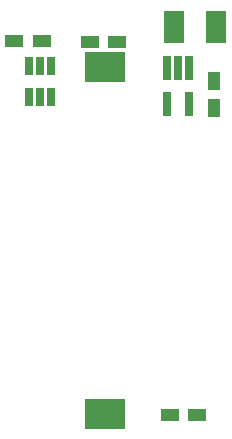
<source format=gbr>
G04 #@! TF.GenerationSoftware,KiCad,Pcbnew,(5.1.9)-1*
G04 #@! TF.CreationDate,2021-03-01T14:17:27+01:00*
G04 #@! TF.ProjectId,button timer v1.2.3_Coin_Cell[TPL5111],62757474-6f6e-4207-9469-6d6572207631,rev?*
G04 #@! TF.SameCoordinates,Original*
G04 #@! TF.FileFunction,Paste,Bot*
G04 #@! TF.FilePolarity,Positive*
%FSLAX46Y46*%
G04 Gerber Fmt 4.6, Leading zero omitted, Abs format (unit mm)*
G04 Created by KiCad (PCBNEW (5.1.9)-1) date 2021-03-01 14:17:27*
%MOMM*%
%LPD*%
G01*
G04 APERTURE LIST*
%ADD10R,0.650000X2.000000*%
%ADD11C,0.150000*%
%ADD12R,0.650000X1.500000*%
%ADD13R,1.100000X1.500000*%
%ADD14R,1.500000X1.100000*%
%ADD15R,1.778000X2.794000*%
%ADD16R,3.510000X2.540000*%
G04 APERTURE END LIST*
D10*
G04 #@! TO.C,U1*
X130980000Y-67220000D03*
X132880000Y-67220000D03*
X132880000Y-64170000D03*
D11*
G36*
X131605000Y-63170000D02*
G01*
X132255000Y-63170000D01*
X132255000Y-65170000D01*
X131605000Y-65170000D01*
X131605000Y-63170000D01*
G37*
D10*
X130980000Y-64170000D03*
G04 #@! TD*
D12*
G04 #@! TO.C,U3*
X120270000Y-66640000D03*
X119320000Y-66640000D03*
X121220000Y-66640000D03*
X121220000Y-64040000D03*
X120270000Y-64040000D03*
X119320000Y-64040000D03*
G04 #@! TD*
D13*
G04 #@! TO.C,C3*
X135000000Y-65250000D03*
X135000000Y-67550000D03*
G04 #@! TD*
D14*
G04 #@! TO.C,C5*
X118100000Y-61870000D03*
X120400000Y-61870000D03*
G04 #@! TD*
G04 #@! TO.C,C1*
X126820000Y-62010000D03*
X124520000Y-62010000D03*
G04 #@! TD*
G04 #@! TO.C,C2*
X133534800Y-93599000D03*
X131234800Y-93599000D03*
G04 #@! TD*
D15*
G04 #@! TO.C,L1*
X131632000Y-60690000D03*
X135188000Y-60690000D03*
G04 #@! TD*
D16*
G04 #@! TO.C,BT1*
X125780800Y-93444200D03*
X125780800Y-64084200D03*
G04 #@! TD*
M02*

</source>
